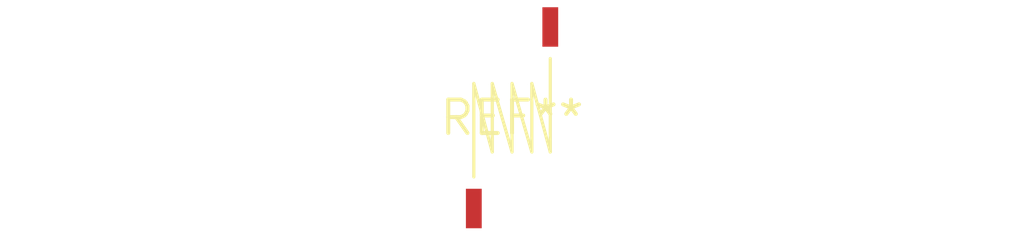
<source format=kicad_pcb>
(kicad_pcb (version 20240108) (generator pcbnew)
  (layers (0 "F.Cu" signal) (31 "B.Cu" signal) (34 "B.Paste" user) (35 "F.Paste" user) (36 "B.SilkS" user "B.Silkscreen") (37 "F.SilkS" user "F.Silkscreen") (38 "B.Mask" user) (39 "F.Mask" user) (44 "Edge.Cuts" user))
  (net 0 "")
  (footprint "L_Neosid_Air-Coil_SML_4turn_HDM0431A" (layer "F.Cu") (at 0 0)
    (property "Reference" "REF**")
    (property "Value" "L_Neosid_Air-Coil_SML_4turn_HDM0431A")
    (fp_line (start -1.45 -1.3) (end -1.45 2.25) (layer "F.SilkS") (stroke (width 0.12)))
    (fp_line (start -1.45 -1.3) (end -0.75 1.3) (layer "F.SilkS") (stroke (width 0.12)))
    (fp_line (start -0.75 -1.3) (end -0.75 1.3) (layer "F.SilkS") (stroke (width 0.12)))
    (fp_line (start -0.75 -1.3) (end 0 1.3) (layer "F.SilkS") (stroke (width 0.12)))
    (fp_line (start 0 -1.3) (end 0 1.3) (layer "F.SilkS") (stroke (width 0.12)))
    (fp_line (start 0 -1.3) (end 0.75 1.3) (layer "F.SilkS") (stroke (width 0.12)))
    (fp_line (start 0.75 -1.3) (end 0.75 1.3) (layer "F.SilkS") (stroke (width 0.12)))
    (fp_line (start 0.75 -1.3) (end 1.45 1.3) (layer "F.SilkS") (stroke (width 0.12)))
    (fp_line (start 1.45 1.3) (end 1.45 -2.25) (layer "F.SilkS") (stroke (width 0.12)))
    (pad "1" smd rect (at -1.45 3.45) (size 0.6 1.5) (layers "F.Cu" "F.Paste" "F.Mask"))
    (pad "2" smd rect (at 1.45 -3.45) (size 0.6 1.5) (layers "F.Cu" "F.Paste" "F.Mask"))
  )
)
</source>
